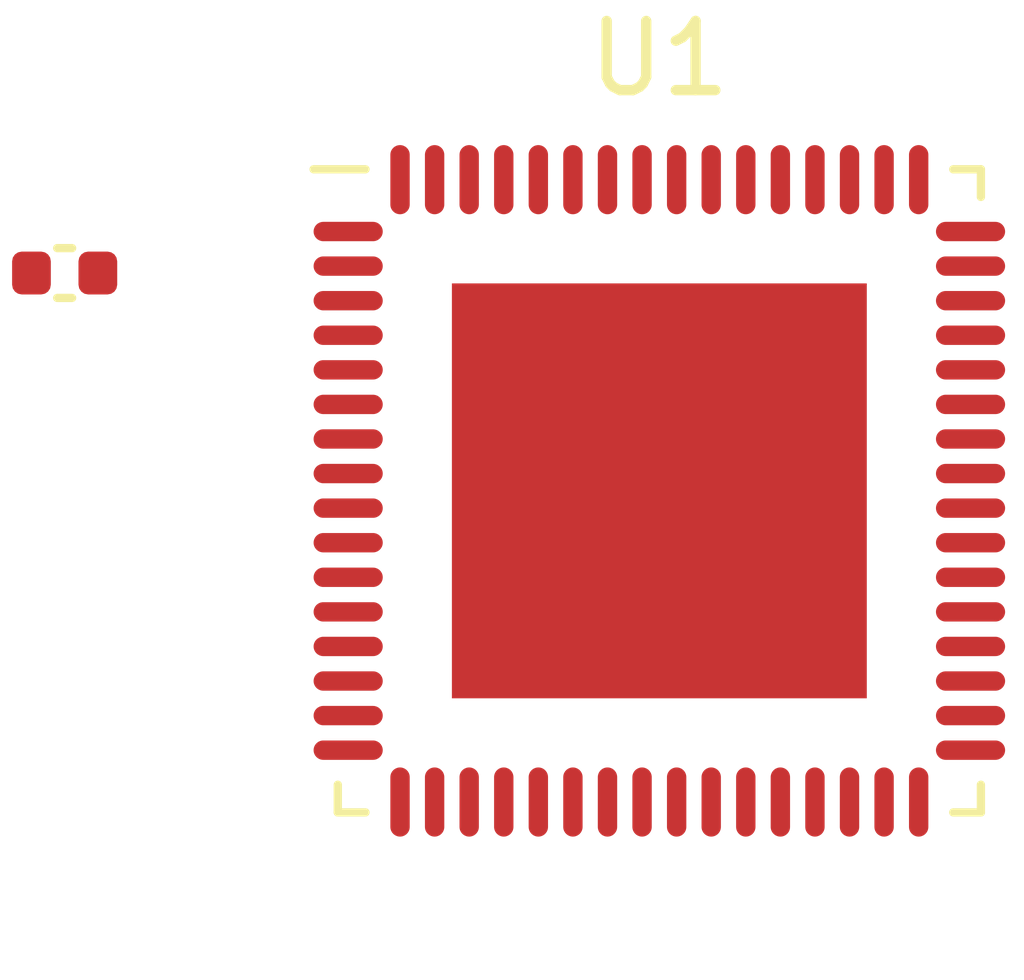
<source format=kicad_pcb>
(kicad_pcb (version 20240108) (generator "pcbnew") (generator_version "8.0")
  (layers (0 "F.Cu" signal) (31 "B.Cu" signal) (34 "B.Paste" user) (35 "F.Paste" user) (36 "B.SilkS" user "B.Silkscreen") (37 "F.SilkS" user "F.Silkscreen") (38 "B.Mask" user) (39 "F.Mask" user) (44 "Edge.Cuts" user))
  (net 0 "")
  (net 63 "unconnected-(U1-V12OUT-Pad48)")
  (footprint "NetHub:QFN-64_EP_9x9_Pitch0.5mm" (layer "F.Cu") (at 30.2 20.35)
    (property "Reference" "U1" (at 0 -6.25 0) (layer "F.SilkS"))
    (property "Value" "~")
    (fp_line (start -4.65 4.65) (end -4.65 4.25) (stroke (width 0.12)) (layer "F.SilkS"))
    (fp_line (start -4.25 -4.65) (end -5 -4.65) (stroke (width 0.12)) (layer "F.SilkS"))
    (fp_line (start -4.25 4.65) (end -4.65 4.65) (stroke (width 0.12)) (layer "F.SilkS"))
    (fp_line (start 4.25 -4.65) (end 4.65 -4.65) (stroke (width 0.12)) (layer "F.SilkS"))
    (fp_line (start 4.25 4.65) (end 4.65 4.65) (stroke (width 0.12)) (layer "F.SilkS"))
    (fp_line (start 4.65 -4.65) (end 4.65 -4.25) (stroke (width 0.12)) (layer "F.SilkS"))
    (fp_line (start 4.65 4.65) (end 4.65 4.25) (stroke (width 0.12)) (layer "F.SilkS"))
    (pad "1" smd oval (at -4.5 -3.75 90) (size 0.28 1) (layers "F.Cu" "F.Paste" "F.Mask"))
    (pad "2" smd oval (at -4.5 -3.25 90) (size 0.28 1) (layers "F.Cu" "F.Paste" "F.Mask"))
    (pad "3" smd oval (at -4.5 -2.75 90) (size 0.28 1) (layers "F.Cu" "F.Paste" "F.Mask"))
    (pad "4" smd oval (at -4.5 -2.25 90) (size 0.28 1) (layers "F.Cu" "F.Paste" "F.Mask"))
    (pad "5" smd oval (at -4.5 -1.75 90) (size 0.28 1) (layers "F.Cu" "F.Paste" "F.Mask"))
    (pad "6" smd oval (at -4.5 -1.25 90) (size 0.28 1) (layers "F.Cu" "F.Paste" "F.Mask"))
    (pad "7" smd oval (at -4.5 -0.75 90) (size 0.28 1) (layers "F.Cu" "F.Paste" "F.Mask"))
    (pad "8" smd oval (at -4.5 -0.25 90) (size 0.28 1) (layers "F.Cu" "F.Paste" "F.Mask"))
    (pad "9" smd oval (at -4.5 0.25 90) (size 0.28 1) (layers "F.Cu" "F.Paste" "F.Mask"))
    (pad "10" smd oval (at -4.5 0.75 90) (size 0.28 1) (layers "F.Cu" "F.Paste" "F.Mask"))
    (pad "11" smd oval (at -4.5 1.25 90) (size 0.28 1) (layers "F.Cu" "F.Paste" "F.Mask"))
    (pad "12" smd oval (at -4.5 1.75 90) (size 0.28 1) (layers "F.Cu" "F.Paste" "F.Mask"))
    (pad "13" smd oval (at -4.5 2.25 90) (size 0.28 1) (layers "F.Cu" "F.Paste" "F.Mask"))
    (pad "14" smd oval (at -4.5 2.75 90) (size 0.28 1) (layers "F.Cu" "F.Paste" "F.Mask"))
    (pad "15" smd oval (at -4.5 3.25 90) (size 0.28 1) (layers "F.Cu" "F.Paste" "F.Mask"))
    (pad "16" smd oval (at -4.5 3.75 90) (size 0.28 1) (layers "F.Cu" "F.Paste" "F.Mask"))
    (pad "17" smd oval (at -3.75 4.5) (size 0.28 1) (layers "F.Cu" "F.Paste" "F.Mask"))
    (pad "18" smd oval (at -3.25 4.5) (size 0.28 1) (layers "F.Cu" "F.Paste" "F.Mask"))
    (pad "19" smd oval (at -2.75 4.5) (size 0.28 1) (layers "F.Cu" "F.Paste" "F.Mask"))
    (pad "20" smd oval (at -2.25 4.5) (size 0.28 1) (layers "F.Cu" "F.Paste" "F.Mask"))
    (pad "21" smd oval (at -1.75 4.5) (size 0.28 1) (layers "F.Cu" "F.Paste" "F.Mask"))
    (pad "22" smd oval (at -1.25 4.5) (size 0.28 1) (layers "F.Cu" "F.Paste" "F.Mask"))
    (pad "23" smd oval (at -0.75 4.5) (size 0.28 1) (layers "F.Cu" "F.Paste" "F.Mask"))
    (pad "24" smd oval (at -0.25 4.5) (size 0.28 1) (layers "F.Cu" "F.Paste" "F.Mask"))
    (pad "25" smd oval (at 0.25 4.5) (size 0.28 1) (layers "F.Cu" "F.Paste" "F.Mask"))
    (pad "26" smd oval (at 0.75 4.5) (size 0.28 1) (layers "F.Cu" "F.Paste" "F.Mask"))
    (pad "27" smd oval (at 1.25 4.5) (size 0.28 1) (layers "F.Cu" "F.Paste" "F.Mask"))
    (pad "28" smd oval (at 1.75 4.5) (size 0.28 1) (layers "F.Cu" "F.Paste" "F.Mask"))
    (pad "29" smd oval (at 2.25 4.5) (size 0.28 1) (layers "F.Cu" "F.Paste" "F.Mask"))
    (pad "30" smd oval (at 2.75 4.5) (size 0.28 1) (layers "F.Cu" "F.Paste" "F.Mask"))
    (pad "31" smd oval (at 3.25 4.5) (size 0.28 1) (layers "F.Cu" "F.Paste" "F.Mask"))
    (pad "32" smd oval (at 3.75 4.5) (size 0.28 1) (layers "F.Cu" "F.Paste" "F.Mask"))
    (pad "33" smd oval (at 4.5 3.75 90) (size 0.28 1) (layers "F.Cu" "F.Paste" "F.Mask"))
    (pad "34" smd oval (at 4.5 3.25 90) (size 0.28 1) (layers "F.Cu" "F.Paste" "F.Mask"))
    (pad "35" smd oval (at 4.5 2.75 90) (size 0.28 1) (layers "F.Cu" "F.Paste" "F.Mask"))
    (pad "36" smd oval (at 4.5 2.25 90) (size 0.28 1) (layers "F.Cu" "F.Paste" "F.Mask"))
    (pad "37" smd oval (at 4.5 1.75 90) (size 0.28 1) (layers "F.Cu" "F.Paste" "F.Mask"))
    (pad "38" smd oval (at 4.5 1.25 90) (size 0.28 1) (layers "F.Cu" "F.Paste" "F.Mask"))
    (pad "39" smd oval (at 4.5 0.75 90) (size 0.28 1) (layers "F.Cu" "F.Paste" "F.Mask"))
    (pad "40" smd oval (at 4.5 0.25 90) (size 0.28 1) (layers "F.Cu" "F.Paste" "F.Mask"))
    (pad "41" smd oval (at 4.5 -0.25 90) (size 0.28 1) (layers "F.Cu" "F.Paste" "F.Mask"))
    (pad "42" smd oval (at 4.5 -0.75 90) (size 0.28 1) (layers "F.Cu" "F.Paste" "F.Mask"))
    (pad "43" smd oval (at 4.5 -1.25 90) (size 0.28 1) (layers "F.Cu" "F.Paste" "F.Mask"))
    (pad "44" smd oval (at 4.5 -1.75 90) (size 0.28 1) (layers "F.Cu" "F.Paste" "F.Mask"))
    (pad "45" smd oval (at 4.5 -2.25 90) (size 0.28 1) (layers "F.Cu" "F.Paste" "F.Mask"))
    (pad "46" smd oval (at 4.5 -2.75 90) (size 0.28 1) (layers "F.Cu" "F.Paste" "F.Mask"))
    (pad "47" smd oval (at 4.5 -3.25 90) (size 0.28 1) (layers "F.Cu" "F.Paste" "F.Mask"))
    (pad "48" smd oval (at 4.5 -3.75 90) (size 0.28 1) (layers "F.Cu" "F.Paste" "F.Mask") (net 63 "unconnected-(U1-V12OUT-Pad48)"))
    (pad "49" smd oval (at 3.75 -4.5) (size 0.28 1) (layers "F.Cu" "F.Paste" "F.Mask"))
    (pad "50" smd oval (at 3.25 -4.5) (size 0.28 1) (layers "F.Cu" "F.Paste" "F.Mask"))
    (pad "51" smd oval (at 2.75 -4.5) (size 0.28 1) (layers "F.Cu" "F.Paste" "F.Mask"))
    (pad "52" smd oval (at 2.25 -4.5) (size 0.28 1) (layers "F.Cu" "F.Paste" "F.Mask"))
    (pad "53" smd oval (at 1.75 -4.5) (size 0.28 1) (layers "F.Cu" "F.Paste" "F.Mask"))
    (pad "54" smd oval (at 1.25 -4.5) (size 0.28 1) (layers "F.Cu" "F.Paste" "F.Mask"))
    (pad "55" smd oval (at 0.75 -4.5) (size 0.28 1) (layers "F.Cu" "F.Paste" "F.Mask"))
    (pad "56" smd oval (at 0.25 -4.5) (size 0.28 1) (layers "F.Cu" "F.Paste" "F.Mask"))
    (pad "57" smd oval (at -0.25 -4.5) (size 0.28 1) (layers "F.Cu" "F.Paste" "F.Mask"))
    (pad "58" smd oval (at -0.75 -4.5) (size 0.28 1) (layers "F.Cu" "F.Paste" "F.Mask"))
    (pad "59" smd oval (at -1.25 -4.5) (size 0.28 1) (layers "F.Cu" "F.Paste" "F.Mask"))
    (pad "60" smd oval (at -1.75 -4.5) (size 0.28 1) (layers "F.Cu" "F.Paste" "F.Mask"))
    (pad "61" smd oval (at -2.25 -4.5) (size 0.28 1) (layers "F.Cu" "F.Paste" "F.Mask"))
    (pad "62" smd oval (at -2.75 -4.5) (size 0.28 1) (layers "F.Cu" "F.Paste" "F.Mask"))
    (pad "63" smd oval (at -3.25 -4.5) (size 0.28 1) (layers "F.Cu" "F.Paste" "F.Mask"))
    (pad "64" smd oval (at -3.75 -4.5) (size 0.28 1) (layers "F.Cu" "F.Paste" "F.Mask"))
    (pad "65" smd rect (at 0 0) (size 6 6) (layers "F.Cu" "F.Mask"))
  )
  (footprint "Capacitor_SMD:C_0402_1005Metric" (layer "F.Cu") (at 21.6 17.2)
    (property "Reference" "C1" (hide yes))
    (property "Value" "C" (hide yes))
    (fp_line (start -0.107836 -0.36) (end 0.107836 -0.36) (stroke (width 0.12)) (layer "F.SilkS"))
    (fp_line (start -0.107836 0.36) (end 0.107836 0.36) (stroke (width 0.12)) (layer "F.SilkS"))
    (pad "1" smd roundrect (at -0.48 0) (size 0.56 0.62) (layers "F.Cu" "F.Paste" "F.Mask"))
    (pad "2" smd roundrect (at 0.48 0) (size 0.56 0.62) (layers "F.Cu" "F.Paste" "F.Mask"))
  )
  (segment (start 34.7 16.6) (end 34.8 16.6) (width 0.2) (layer "F.Cu") (net 63))
)
</source>
